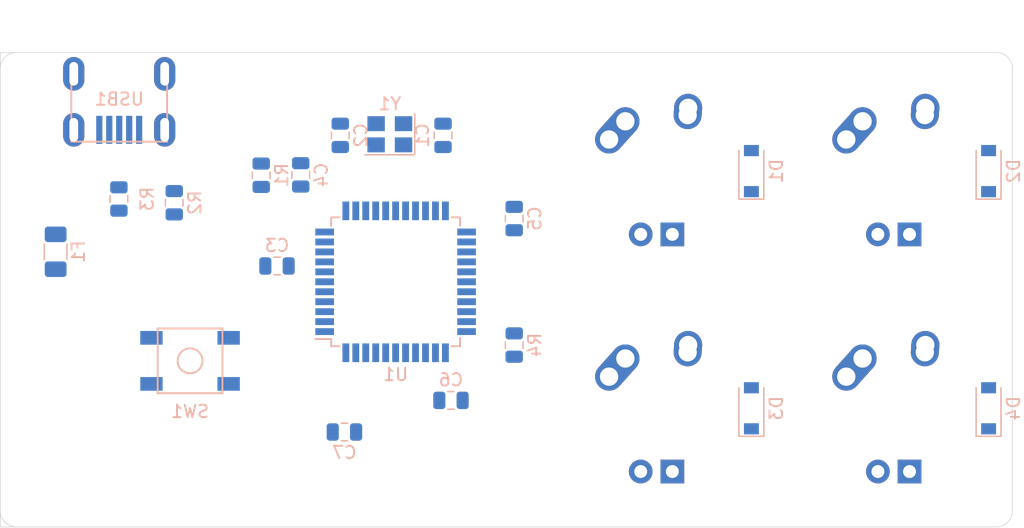
<source format=kicad_pcb>
(kicad_pcb (version 20171130) (host pcbnew "(5.1.0)-1")

  (general
    (thickness 1.6)
    (drawings 8)
    (tracks 0)
    (zones 0)
    (modules 24)
    (nets 57)
  )

  (page A4)
  (layers
    (0 F.Cu signal)
    (31 B.Cu signal)
    (32 B.Adhes user)
    (33 F.Adhes user)
    (34 B.Paste user)
    (35 F.Paste user)
    (36 B.SilkS user)
    (37 F.SilkS user)
    (38 B.Mask user)
    (39 F.Mask user)
    (40 Dwgs.User user)
    (41 Cmts.User user)
    (42 Eco1.User user)
    (43 Eco2.User user)
    (44 Edge.Cuts user)
    (45 Margin user)
    (46 B.CrtYd user)
    (47 F.CrtYd user)
    (48 B.Fab user)
    (49 F.Fab user)
  )

  (setup
    (last_trace_width 0.25)
    (trace_clearance 0.2)
    (zone_clearance 0.508)
    (zone_45_only no)
    (trace_min 0.2)
    (via_size 0.8)
    (via_drill 0.4)
    (via_min_size 0.4)
    (via_min_drill 0.3)
    (uvia_size 0.3)
    (uvia_drill 0.1)
    (uvias_allowed no)
    (uvia_min_size 0.2)
    (uvia_min_drill 0.1)
    (edge_width 0.05)
    (segment_width 0.2)
    (pcb_text_width 0.3)
    (pcb_text_size 1.5 1.5)
    (mod_edge_width 0.12)
    (mod_text_size 1 1)
    (mod_text_width 0.15)
    (pad_size 1.524 1.524)
    (pad_drill 0.762)
    (pad_to_mask_clearance 0.051)
    (solder_mask_min_width 0.25)
    (aux_axis_origin 0 0)
    (visible_elements FFFFFF7F)
    (pcbplotparams
      (layerselection 0x010fc_ffffffff)
      (usegerberextensions false)
      (usegerberattributes false)
      (usegerberadvancedattributes false)
      (creategerberjobfile false)
      (excludeedgelayer true)
      (linewidth 0.100000)
      (plotframeref false)
      (viasonmask false)
      (mode 1)
      (useauxorigin false)
      (hpglpennumber 1)
      (hpglpenspeed 20)
      (hpglpendiameter 15.000000)
      (psnegative false)
      (psa4output false)
      (plotreference true)
      (plotvalue true)
      (plotinvisibletext false)
      (padsonsilk false)
      (subtractmaskfromsilk false)
      (outputformat 1)
      (mirror false)
      (drillshape 1)
      (scaleselection 1)
      (outputdirectory ""))
  )

  (net 0 "")
  (net 1 "Net-(C1-Pad2)")
  (net 2 GND)
  (net 3 "Net-(C2-Pad2)")
  (net 4 "Net-(C3-Pad1)")
  (net 5 +5V)
  (net 6 "Net-(D1-Pad2)")
  (net 7 ROW0)
  (net 8 "Net-(D2-Pad2)")
  (net 9 "Net-(D3-Pad2)")
  (net 10 ROW1)
  (net 11 "Net-(D4-Pad2)")
  (net 12 VCC)
  (net 13 "Net-(MX1-Pad4)")
  (net 14 "Net-(MX1-Pad3)")
  (net 15 COL0)
  (net 16 COL1)
  (net 17 "Net-(MX2-Pad3)")
  (net 18 "Net-(MX2-Pad4)")
  (net 19 "Net-(MX3-Pad4)")
  (net 20 "Net-(MX3-Pad3)")
  (net 21 "Net-(MX4-Pad3)")
  (net 22 "Net-(MX4-Pad4)")
  (net 23 "Net-(R1-Pad2)")
  (net 24 D+)
  (net 25 "Net-(R2-Pad1)")
  (net 26 "Net-(R3-Pad1)")
  (net 27 D-)
  (net 28 "Net-(R4-Pad2)")
  (net 29 "Net-(U1-Pad1)")
  (net 30 "Net-(U1-Pad8)")
  (net 31 "Net-(U1-Pad9)")
  (net 32 "Net-(U1-Pad10)")
  (net 33 "Net-(U1-Pad11)")
  (net 34 "Net-(U1-Pad12)")
  (net 35 "Net-(U1-Pad18)")
  (net 36 "Net-(U1-Pad19)")
  (net 37 "Net-(U1-Pad20)")
  (net 38 "Net-(U1-Pad21)")
  (net 39 "Net-(U1-Pad22)")
  (net 40 "Net-(U1-Pad25)")
  (net 41 "Net-(U1-Pad26)")
  (net 42 "Net-(U1-Pad27)")
  (net 43 "Net-(U1-Pad28)")
  (net 44 "Net-(U1-Pad29)")
  (net 45 "Net-(U1-Pad30)")
  (net 46 "Net-(U1-Pad31)")
  (net 47 "Net-(U1-Pad32)")
  (net 48 "Net-(U1-Pad36)")
  (net 49 "Net-(U1-Pad37)")
  (net 50 "Net-(U1-Pad38)")
  (net 51 "Net-(U1-Pad39)")
  (net 52 "Net-(U1-Pad40)")
  (net 53 "Net-(U1-Pad41)")
  (net 54 "Net-(U1-Pad42)")
  (net 55 "Net-(USB1-Pad2)")
  (net 56 "Net-(USB1-Pad6)")

  (net_class Default "This is the default net class."
    (clearance 0.2)
    (trace_width 0.25)
    (via_dia 0.8)
    (via_drill 0.4)
    (uvia_dia 0.3)
    (uvia_drill 0.1)
    (add_net +5V)
    (add_net COL0)
    (add_net COL1)
    (add_net D+)
    (add_net D-)
    (add_net GND)
    (add_net "Net-(C1-Pad2)")
    (add_net "Net-(C2-Pad2)")
    (add_net "Net-(C3-Pad1)")
    (add_net "Net-(D1-Pad2)")
    (add_net "Net-(D2-Pad2)")
    (add_net "Net-(D3-Pad2)")
    (add_net "Net-(D4-Pad2)")
    (add_net "Net-(MX1-Pad3)")
    (add_net "Net-(MX1-Pad4)")
    (add_net "Net-(MX2-Pad3)")
    (add_net "Net-(MX2-Pad4)")
    (add_net "Net-(MX3-Pad3)")
    (add_net "Net-(MX3-Pad4)")
    (add_net "Net-(MX4-Pad3)")
    (add_net "Net-(MX4-Pad4)")
    (add_net "Net-(R1-Pad2)")
    (add_net "Net-(R2-Pad1)")
    (add_net "Net-(R3-Pad1)")
    (add_net "Net-(R4-Pad2)")
    (add_net "Net-(U1-Pad1)")
    (add_net "Net-(U1-Pad10)")
    (add_net "Net-(U1-Pad11)")
    (add_net "Net-(U1-Pad12)")
    (add_net "Net-(U1-Pad18)")
    (add_net "Net-(U1-Pad19)")
    (add_net "Net-(U1-Pad20)")
    (add_net "Net-(U1-Pad21)")
    (add_net "Net-(U1-Pad22)")
    (add_net "Net-(U1-Pad25)")
    (add_net "Net-(U1-Pad26)")
    (add_net "Net-(U1-Pad27)")
    (add_net "Net-(U1-Pad28)")
    (add_net "Net-(U1-Pad29)")
    (add_net "Net-(U1-Pad30)")
    (add_net "Net-(U1-Pad31)")
    (add_net "Net-(U1-Pad32)")
    (add_net "Net-(U1-Pad36)")
    (add_net "Net-(U1-Pad37)")
    (add_net "Net-(U1-Pad38)")
    (add_net "Net-(U1-Pad39)")
    (add_net "Net-(U1-Pad40)")
    (add_net "Net-(U1-Pad41)")
    (add_net "Net-(U1-Pad42)")
    (add_net "Net-(U1-Pad8)")
    (add_net "Net-(U1-Pad9)")
    (add_net "Net-(USB1-Pad2)")
    (add_net "Net-(USB1-Pad6)")
    (add_net ROW0)
    (add_net ROW1)
    (add_net VCC)
  )

  (module Capacitor_SMD:C_0805_2012Metric (layer B.Cu) (tedit 5B36C52B) (tstamp 5CB45B64)
    (at 92.71 142.5425 270)
    (descr "Capacitor SMD 0805 (2012 Metric), square (rectangular) end terminal, IPC_7351 nominal, (Body size source: https://docs.google.com/spreadsheets/d/1BsfQQcO9C6DZCsRaXUlFlo91Tg2WpOkGARC1WS5S8t0/edit?usp=sharing), generated with kicad-footprint-generator")
    (tags capacitor)
    (path /5CB7F269)
    (attr smd)
    (fp_text reference C1 (at 0 1.65 270) (layer B.SilkS)
      (effects (font (size 1 1) (thickness 0.15)) (justify mirror))
    )
    (fp_text value 22pF (at 0 -1.65 270) (layer B.Fab)
      (effects (font (size 1 1) (thickness 0.15)) (justify mirror))
    )
    (fp_text user %R (at 0 0 270) (layer B.Fab)
      (effects (font (size 0.5 0.5) (thickness 0.08)) (justify mirror))
    )
    (fp_line (start 1.68 -0.95) (end -1.68 -0.95) (layer B.CrtYd) (width 0.05))
    (fp_line (start 1.68 0.95) (end 1.68 -0.95) (layer B.CrtYd) (width 0.05))
    (fp_line (start -1.68 0.95) (end 1.68 0.95) (layer B.CrtYd) (width 0.05))
    (fp_line (start -1.68 -0.95) (end -1.68 0.95) (layer B.CrtYd) (width 0.05))
    (fp_line (start -0.258578 -0.71) (end 0.258578 -0.71) (layer B.SilkS) (width 0.12))
    (fp_line (start -0.258578 0.71) (end 0.258578 0.71) (layer B.SilkS) (width 0.12))
    (fp_line (start 1 -0.6) (end -1 -0.6) (layer B.Fab) (width 0.1))
    (fp_line (start 1 0.6) (end 1 -0.6) (layer B.Fab) (width 0.1))
    (fp_line (start -1 0.6) (end 1 0.6) (layer B.Fab) (width 0.1))
    (fp_line (start -1 -0.6) (end -1 0.6) (layer B.Fab) (width 0.1))
    (pad 2 smd roundrect (at 0.9375 0 270) (size 0.975 1.4) (layers B.Cu B.Paste B.Mask) (roundrect_rratio 0.25)
      (net 1 "Net-(C1-Pad2)"))
    (pad 1 smd roundrect (at -0.9375 0 270) (size 0.975 1.4) (layers B.Cu B.Paste B.Mask) (roundrect_rratio 0.25)
      (net 2 GND))
    (model ${KISYS3DMOD}/Capacitor_SMD.3dshapes/C_0805_2012Metric.wrl
      (at (xyz 0 0 0))
      (scale (xyz 1 1 1))
      (rotate (xyz 0 0 0))
    )
  )

  (module Capacitor_SMD:C_0805_2012Metric (layer B.Cu) (tedit 5B36C52B) (tstamp 5CB45B75)
    (at 84.455 142.5425 90)
    (descr "Capacitor SMD 0805 (2012 Metric), square (rectangular) end terminal, IPC_7351 nominal, (Body size source: https://docs.google.com/spreadsheets/d/1BsfQQcO9C6DZCsRaXUlFlo91Tg2WpOkGARC1WS5S8t0/edit?usp=sharing), generated with kicad-footprint-generator")
    (tags capacitor)
    (path /5CB82563)
    (attr smd)
    (fp_text reference C2 (at 0 1.65 90) (layer B.SilkS)
      (effects (font (size 1 1) (thickness 0.15)) (justify mirror))
    )
    (fp_text value 22pF (at 0 -1.65 90) (layer B.Fab)
      (effects (font (size 1 1) (thickness 0.15)) (justify mirror))
    )
    (fp_line (start -1 -0.6) (end -1 0.6) (layer B.Fab) (width 0.1))
    (fp_line (start -1 0.6) (end 1 0.6) (layer B.Fab) (width 0.1))
    (fp_line (start 1 0.6) (end 1 -0.6) (layer B.Fab) (width 0.1))
    (fp_line (start 1 -0.6) (end -1 -0.6) (layer B.Fab) (width 0.1))
    (fp_line (start -0.258578 0.71) (end 0.258578 0.71) (layer B.SilkS) (width 0.12))
    (fp_line (start -0.258578 -0.71) (end 0.258578 -0.71) (layer B.SilkS) (width 0.12))
    (fp_line (start -1.68 -0.95) (end -1.68 0.95) (layer B.CrtYd) (width 0.05))
    (fp_line (start -1.68 0.95) (end 1.68 0.95) (layer B.CrtYd) (width 0.05))
    (fp_line (start 1.68 0.95) (end 1.68 -0.95) (layer B.CrtYd) (width 0.05))
    (fp_line (start 1.68 -0.95) (end -1.68 -0.95) (layer B.CrtYd) (width 0.05))
    (fp_text user %R (at 0 0 90) (layer B.Fab)
      (effects (font (size 0.5 0.5) (thickness 0.08)) (justify mirror))
    )
    (pad 1 smd roundrect (at -0.9375 0 90) (size 0.975 1.4) (layers B.Cu B.Paste B.Mask) (roundrect_rratio 0.25)
      (net 2 GND))
    (pad 2 smd roundrect (at 0.9375 0 90) (size 0.975 1.4) (layers B.Cu B.Paste B.Mask) (roundrect_rratio 0.25)
      (net 3 "Net-(C2-Pad2)"))
    (model ${KISYS3DMOD}/Capacitor_SMD.3dshapes/C_0805_2012Metric.wrl
      (at (xyz 0 0 0))
      (scale (xyz 1 1 1))
      (rotate (xyz 0 0 0))
    )
  )

  (module Capacitor_SMD:C_0805_2012Metric (layer B.Cu) (tedit 5B36C52B) (tstamp 5CB45B86)
    (at 79.375 153.035 180)
    (descr "Capacitor SMD 0805 (2012 Metric), square (rectangular) end terminal, IPC_7351 nominal, (Body size source: https://docs.google.com/spreadsheets/d/1BsfQQcO9C6DZCsRaXUlFlo91Tg2WpOkGARC1WS5S8t0/edit?usp=sharing), generated with kicad-footprint-generator")
    (tags capacitor)
    (path /5CB6F7C2)
    (attr smd)
    (fp_text reference C3 (at 0 1.65 180) (layer B.SilkS)
      (effects (font (size 1 1) (thickness 0.15)) (justify mirror))
    )
    (fp_text value 1uF (at 0 -1.65 180) (layer B.Fab)
      (effects (font (size 1 1) (thickness 0.15)) (justify mirror))
    )
    (fp_line (start -1 -0.6) (end -1 0.6) (layer B.Fab) (width 0.1))
    (fp_line (start -1 0.6) (end 1 0.6) (layer B.Fab) (width 0.1))
    (fp_line (start 1 0.6) (end 1 -0.6) (layer B.Fab) (width 0.1))
    (fp_line (start 1 -0.6) (end -1 -0.6) (layer B.Fab) (width 0.1))
    (fp_line (start -0.258578 0.71) (end 0.258578 0.71) (layer B.SilkS) (width 0.12))
    (fp_line (start -0.258578 -0.71) (end 0.258578 -0.71) (layer B.SilkS) (width 0.12))
    (fp_line (start -1.68 -0.95) (end -1.68 0.95) (layer B.CrtYd) (width 0.05))
    (fp_line (start -1.68 0.95) (end 1.68 0.95) (layer B.CrtYd) (width 0.05))
    (fp_line (start 1.68 0.95) (end 1.68 -0.95) (layer B.CrtYd) (width 0.05))
    (fp_line (start 1.68 -0.95) (end -1.68 -0.95) (layer B.CrtYd) (width 0.05))
    (fp_text user %R (at 0 0 180) (layer B.Fab)
      (effects (font (size 0.5 0.5) (thickness 0.08)) (justify mirror))
    )
    (pad 1 smd roundrect (at -0.9375 0 180) (size 0.975 1.4) (layers B.Cu B.Paste B.Mask) (roundrect_rratio 0.25)
      (net 4 "Net-(C3-Pad1)"))
    (pad 2 smd roundrect (at 0.9375 0 180) (size 0.975 1.4) (layers B.Cu B.Paste B.Mask) (roundrect_rratio 0.25)
      (net 2 GND))
    (model ${KISYS3DMOD}/Capacitor_SMD.3dshapes/C_0805_2012Metric.wrl
      (at (xyz 0 0 0))
      (scale (xyz 1 1 1))
      (rotate (xyz 0 0 0))
    )
  )

  (module Capacitor_SMD:C_0805_2012Metric (layer B.Cu) (tedit 5B36C52B) (tstamp 5CB45B97)
    (at 81.28 145.7175 90)
    (descr "Capacitor SMD 0805 (2012 Metric), square (rectangular) end terminal, IPC_7351 nominal, (Body size source: https://docs.google.com/spreadsheets/d/1BsfQQcO9C6DZCsRaXUlFlo91Tg2WpOkGARC1WS5S8t0/edit?usp=sharing), generated with kicad-footprint-generator")
    (tags capacitor)
    (path /5CB7180E)
    (attr smd)
    (fp_text reference C4 (at 0 1.65 90) (layer B.SilkS)
      (effects (font (size 1 1) (thickness 0.15)) (justify mirror))
    )
    (fp_text value 0.1uF (at 0 -1.65 90) (layer B.Fab)
      (effects (font (size 1 1) (thickness 0.15)) (justify mirror))
    )
    (fp_text user %R (at 0 0 90) (layer B.Fab)
      (effects (font (size 0.5 0.5) (thickness 0.08)) (justify mirror))
    )
    (fp_line (start 1.68 -0.95) (end -1.68 -0.95) (layer B.CrtYd) (width 0.05))
    (fp_line (start 1.68 0.95) (end 1.68 -0.95) (layer B.CrtYd) (width 0.05))
    (fp_line (start -1.68 0.95) (end 1.68 0.95) (layer B.CrtYd) (width 0.05))
    (fp_line (start -1.68 -0.95) (end -1.68 0.95) (layer B.CrtYd) (width 0.05))
    (fp_line (start -0.258578 -0.71) (end 0.258578 -0.71) (layer B.SilkS) (width 0.12))
    (fp_line (start -0.258578 0.71) (end 0.258578 0.71) (layer B.SilkS) (width 0.12))
    (fp_line (start 1 -0.6) (end -1 -0.6) (layer B.Fab) (width 0.1))
    (fp_line (start 1 0.6) (end 1 -0.6) (layer B.Fab) (width 0.1))
    (fp_line (start -1 0.6) (end 1 0.6) (layer B.Fab) (width 0.1))
    (fp_line (start -1 -0.6) (end -1 0.6) (layer B.Fab) (width 0.1))
    (pad 2 smd roundrect (at 0.9375 0 90) (size 0.975 1.4) (layers B.Cu B.Paste B.Mask) (roundrect_rratio 0.25)
      (net 2 GND))
    (pad 1 smd roundrect (at -0.9375 0 90) (size 0.975 1.4) (layers B.Cu B.Paste B.Mask) (roundrect_rratio 0.25)
      (net 5 +5V))
    (model ${KISYS3DMOD}/Capacitor_SMD.3dshapes/C_0805_2012Metric.wrl
      (at (xyz 0 0 0))
      (scale (xyz 1 1 1))
      (rotate (xyz 0 0 0))
    )
  )

  (module Capacitor_SMD:C_0805_2012Metric (layer B.Cu) (tedit 5B36C52B) (tstamp 5CB45BA8)
    (at 98.425 149.225 90)
    (descr "Capacitor SMD 0805 (2012 Metric), square (rectangular) end terminal, IPC_7351 nominal, (Body size source: https://docs.google.com/spreadsheets/d/1BsfQQcO9C6DZCsRaXUlFlo91Tg2WpOkGARC1WS5S8t0/edit?usp=sharing), generated with kicad-footprint-generator")
    (tags capacitor)
    (path /5CB73731)
    (attr smd)
    (fp_text reference C5 (at 0 1.65 90) (layer B.SilkS)
      (effects (font (size 1 1) (thickness 0.15)) (justify mirror))
    )
    (fp_text value 0.1uF (at 0 -1.65 90) (layer B.Fab)
      (effects (font (size 1 1) (thickness 0.15)) (justify mirror))
    )
    (fp_line (start -1 -0.6) (end -1 0.6) (layer B.Fab) (width 0.1))
    (fp_line (start -1 0.6) (end 1 0.6) (layer B.Fab) (width 0.1))
    (fp_line (start 1 0.6) (end 1 -0.6) (layer B.Fab) (width 0.1))
    (fp_line (start 1 -0.6) (end -1 -0.6) (layer B.Fab) (width 0.1))
    (fp_line (start -0.258578 0.71) (end 0.258578 0.71) (layer B.SilkS) (width 0.12))
    (fp_line (start -0.258578 -0.71) (end 0.258578 -0.71) (layer B.SilkS) (width 0.12))
    (fp_line (start -1.68 -0.95) (end -1.68 0.95) (layer B.CrtYd) (width 0.05))
    (fp_line (start -1.68 0.95) (end 1.68 0.95) (layer B.CrtYd) (width 0.05))
    (fp_line (start 1.68 0.95) (end 1.68 -0.95) (layer B.CrtYd) (width 0.05))
    (fp_line (start 1.68 -0.95) (end -1.68 -0.95) (layer B.CrtYd) (width 0.05))
    (fp_text user %R (at 0 0 90) (layer B.Fab)
      (effects (font (size 0.5 0.5) (thickness 0.08)) (justify mirror))
    )
    (pad 1 smd roundrect (at -0.9375 0 90) (size 0.975 1.4) (layers B.Cu B.Paste B.Mask) (roundrect_rratio 0.25)
      (net 5 +5V))
    (pad 2 smd roundrect (at 0.9375 0 90) (size 0.975 1.4) (layers B.Cu B.Paste B.Mask) (roundrect_rratio 0.25)
      (net 2 GND))
    (model ${KISYS3DMOD}/Capacitor_SMD.3dshapes/C_0805_2012Metric.wrl
      (at (xyz 0 0 0))
      (scale (xyz 1 1 1))
      (rotate (xyz 0 0 0))
    )
  )

  (module Capacitor_SMD:C_0805_2012Metric (layer B.Cu) (tedit 5B36C52B) (tstamp 5CB45BB9)
    (at 93.345 163.83 180)
    (descr "Capacitor SMD 0805 (2012 Metric), square (rectangular) end terminal, IPC_7351 nominal, (Body size source: https://docs.google.com/spreadsheets/d/1BsfQQcO9C6DZCsRaXUlFlo91Tg2WpOkGARC1WS5S8t0/edit?usp=sharing), generated with kicad-footprint-generator")
    (tags capacitor)
    (path /5CB73D0F)
    (attr smd)
    (fp_text reference C6 (at 0 1.65 180) (layer B.SilkS)
      (effects (font (size 1 1) (thickness 0.15)) (justify mirror))
    )
    (fp_text value 0.1uF (at 0 -1.65 180) (layer B.Fab)
      (effects (font (size 1 1) (thickness 0.15)) (justify mirror))
    )
    (fp_text user %R (at 0 0 180) (layer B.Fab)
      (effects (font (size 0.5 0.5) (thickness 0.08)) (justify mirror))
    )
    (fp_line (start 1.68 -0.95) (end -1.68 -0.95) (layer B.CrtYd) (width 0.05))
    (fp_line (start 1.68 0.95) (end 1.68 -0.95) (layer B.CrtYd) (width 0.05))
    (fp_line (start -1.68 0.95) (end 1.68 0.95) (layer B.CrtYd) (width 0.05))
    (fp_line (start -1.68 -0.95) (end -1.68 0.95) (layer B.CrtYd) (width 0.05))
    (fp_line (start -0.258578 -0.71) (end 0.258578 -0.71) (layer B.SilkS) (width 0.12))
    (fp_line (start -0.258578 0.71) (end 0.258578 0.71) (layer B.SilkS) (width 0.12))
    (fp_line (start 1 -0.6) (end -1 -0.6) (layer B.Fab) (width 0.1))
    (fp_line (start 1 0.6) (end 1 -0.6) (layer B.Fab) (width 0.1))
    (fp_line (start -1 0.6) (end 1 0.6) (layer B.Fab) (width 0.1))
    (fp_line (start -1 -0.6) (end -1 0.6) (layer B.Fab) (width 0.1))
    (pad 2 smd roundrect (at 0.9375 0 180) (size 0.975 1.4) (layers B.Cu B.Paste B.Mask) (roundrect_rratio 0.25)
      (net 2 GND))
    (pad 1 smd roundrect (at -0.9375 0 180) (size 0.975 1.4) (layers B.Cu B.Paste B.Mask) (roundrect_rratio 0.25)
      (net 5 +5V))
    (model ${KISYS3DMOD}/Capacitor_SMD.3dshapes/C_0805_2012Metric.wrl
      (at (xyz 0 0 0))
      (scale (xyz 1 1 1))
      (rotate (xyz 0 0 0))
    )
  )

  (module Capacitor_SMD:C_0805_2012Metric (layer B.Cu) (tedit 5B36C52B) (tstamp 5CB45BCA)
    (at 84.7875 166.37)
    (descr "Capacitor SMD 0805 (2012 Metric), square (rectangular) end terminal, IPC_7351 nominal, (Body size source: https://docs.google.com/spreadsheets/d/1BsfQQcO9C6DZCsRaXUlFlo91Tg2WpOkGARC1WS5S8t0/edit?usp=sharing), generated with kicad-footprint-generator")
    (tags capacitor)
    (path /5CB75B60)
    (attr smd)
    (fp_text reference C7 (at 0 1.65) (layer B.SilkS)
      (effects (font (size 1 1) (thickness 0.15)) (justify mirror))
    )
    (fp_text value 10uF (at 0 -1.65) (layer B.Fab)
      (effects (font (size 1 1) (thickness 0.15)) (justify mirror))
    )
    (fp_line (start -1 -0.6) (end -1 0.6) (layer B.Fab) (width 0.1))
    (fp_line (start -1 0.6) (end 1 0.6) (layer B.Fab) (width 0.1))
    (fp_line (start 1 0.6) (end 1 -0.6) (layer B.Fab) (width 0.1))
    (fp_line (start 1 -0.6) (end -1 -0.6) (layer B.Fab) (width 0.1))
    (fp_line (start -0.258578 0.71) (end 0.258578 0.71) (layer B.SilkS) (width 0.12))
    (fp_line (start -0.258578 -0.71) (end 0.258578 -0.71) (layer B.SilkS) (width 0.12))
    (fp_line (start -1.68 -0.95) (end -1.68 0.95) (layer B.CrtYd) (width 0.05))
    (fp_line (start -1.68 0.95) (end 1.68 0.95) (layer B.CrtYd) (width 0.05))
    (fp_line (start 1.68 0.95) (end 1.68 -0.95) (layer B.CrtYd) (width 0.05))
    (fp_line (start 1.68 -0.95) (end -1.68 -0.95) (layer B.CrtYd) (width 0.05))
    (fp_text user %R (at 0 0) (layer B.Fab)
      (effects (font (size 0.5 0.5) (thickness 0.08)) (justify mirror))
    )
    (pad 1 smd roundrect (at -0.9375 0) (size 0.975 1.4) (layers B.Cu B.Paste B.Mask) (roundrect_rratio 0.25)
      (net 5 +5V))
    (pad 2 smd roundrect (at 0.9375 0) (size 0.975 1.4) (layers B.Cu B.Paste B.Mask) (roundrect_rratio 0.25)
      (net 2 GND))
    (model ${KISYS3DMOD}/Capacitor_SMD.3dshapes/C_0805_2012Metric.wrl
      (at (xyz 0 0 0))
      (scale (xyz 1 1 1))
      (rotate (xyz 0 0 0))
    )
  )

  (module Diode_SMD:D_SOD-123 (layer B.Cu) (tedit 58645DC7) (tstamp 5CB45BE3)
    (at 117.475 145.415 90)
    (descr SOD-123)
    (tags SOD-123)
    (path /5CBB4BC8)
    (attr smd)
    (fp_text reference D1 (at 0 2 90) (layer B.SilkS)
      (effects (font (size 1 1) (thickness 0.15)) (justify mirror))
    )
    (fp_text value SOD-123 (at 0 -2.1 90) (layer B.Fab)
      (effects (font (size 1 1) (thickness 0.15)) (justify mirror))
    )
    (fp_text user %R (at 0 2 90) (layer B.Fab)
      (effects (font (size 1 1) (thickness 0.15)) (justify mirror))
    )
    (fp_line (start -2.25 1) (end -2.25 -1) (layer B.SilkS) (width 0.12))
    (fp_line (start 0.25 0) (end 0.75 0) (layer B.Fab) (width 0.1))
    (fp_line (start 0.25 -0.4) (end -0.35 0) (layer B.Fab) (width 0.1))
    (fp_line (start 0.25 0.4) (end 0.25 -0.4) (layer B.Fab) (width 0.1))
    (fp_line (start -0.35 0) (end 0.25 0.4) (layer B.Fab) (width 0.1))
    (fp_line (start -0.35 0) (end -0.35 -0.55) (layer B.Fab) (width 0.1))
    (fp_line (start -0.35 0) (end -0.35 0.55) (layer B.Fab) (width 0.1))
    (fp_line (start -0.75 0) (end -0.35 0) (layer B.Fab) (width 0.1))
    (fp_line (start -1.4 -0.9) (end -1.4 0.9) (layer B.Fab) (width 0.1))
    (fp_line (start 1.4 -0.9) (end -1.4 -0.9) (layer B.Fab) (width 0.1))
    (fp_line (start 1.4 0.9) (end 1.4 -0.9) (layer B.Fab) (width 0.1))
    (fp_line (start -1.4 0.9) (end 1.4 0.9) (layer B.Fab) (width 0.1))
    (fp_line (start -2.35 1.15) (end 2.35 1.15) (layer B.CrtYd) (width 0.05))
    (fp_line (start 2.35 1.15) (end 2.35 -1.15) (layer B.CrtYd) (width 0.05))
    (fp_line (start 2.35 -1.15) (end -2.35 -1.15) (layer B.CrtYd) (width 0.05))
    (fp_line (start -2.35 1.15) (end -2.35 -1.15) (layer B.CrtYd) (width 0.05))
    (fp_line (start -2.25 -1) (end 1.65 -1) (layer B.SilkS) (width 0.12))
    (fp_line (start -2.25 1) (end 1.65 1) (layer B.SilkS) (width 0.12))
    (pad 1 smd rect (at -1.65 0 90) (size 0.9 1.2) (layers B.Cu B.Paste B.Mask)
      (net 7 ROW0))
    (pad 2 smd rect (at 1.65 0 90) (size 0.9 1.2) (layers B.Cu B.Paste B.Mask)
      (net 6 "Net-(D1-Pad2)"))
    (model ${KISYS3DMOD}/Diode_SMD.3dshapes/D_SOD-123.wrl
      (at (xyz 0 0 0))
      (scale (xyz 1 1 1))
      (rotate (xyz 0 0 0))
    )
  )

  (module Diode_SMD:D_SOD-123 (layer B.Cu) (tedit 58645DC7) (tstamp 5CB45BFC)
    (at 136.525 145.415 90)
    (descr SOD-123)
    (tags SOD-123)
    (path /5CBDBB15)
    (attr smd)
    (fp_text reference D2 (at 0 2 90) (layer B.SilkS)
      (effects (font (size 1 1) (thickness 0.15)) (justify mirror))
    )
    (fp_text value SOD-123 (at 0 -2.1 90) (layer B.Fab)
      (effects (font (size 1 1) (thickness 0.15)) (justify mirror))
    )
    (fp_line (start -2.25 1) (end 1.65 1) (layer B.SilkS) (width 0.12))
    (fp_line (start -2.25 -1) (end 1.65 -1) (layer B.SilkS) (width 0.12))
    (fp_line (start -2.35 1.15) (end -2.35 -1.15) (layer B.CrtYd) (width 0.05))
    (fp_line (start 2.35 -1.15) (end -2.35 -1.15) (layer B.CrtYd) (width 0.05))
    (fp_line (start 2.35 1.15) (end 2.35 -1.15) (layer B.CrtYd) (width 0.05))
    (fp_line (start -2.35 1.15) (end 2.35 1.15) (layer B.CrtYd) (width 0.05))
    (fp_line (start -1.4 0.9) (end 1.4 0.9) (layer B.Fab) (width 0.1))
    (fp_line (start 1.4 0.9) (end 1.4 -0.9) (layer B.Fab) (width 0.1))
    (fp_line (start 1.4 -0.9) (end -1.4 -0.9) (layer B.Fab) (width 0.1))
    (fp_line (start -1.4 -0.9) (end -1.4 0.9) (layer B.Fab) (width 0.1))
    (fp_line (start -0.75 0) (end -0.35 0) (layer B.Fab) (width 0.1))
    (fp_line (start -0.35 0) (end -0.35 0.55) (layer B.Fab) (width 0.1))
    (fp_line (start -0.35 0) (end -0.35 -0.55) (layer B.Fab) (width 0.1))
    (fp_line (start -0.35 0) (end 0.25 0.4) (layer B.Fab) (width 0.1))
    (fp_line (start 0.25 0.4) (end 0.25 -0.4) (layer B.Fab) (width 0.1))
    (fp_line (start 0.25 -0.4) (end -0.35 0) (layer B.Fab) (width 0.1))
    (fp_line (start 0.25 0) (end 0.75 0) (layer B.Fab) (width 0.1))
    (fp_line (start -2.25 1) (end -2.25 -1) (layer B.SilkS) (width 0.12))
    (fp_text user %R (at 0 2 90) (layer B.Fab)
      (effects (font (size 1 1) (thickness 0.15)) (justify mirror))
    )
    (pad 2 smd rect (at 1.65 0 90) (size 0.9 1.2) (layers B.Cu B.Paste B.Mask)
      (net 8 "Net-(D2-Pad2)"))
    (pad 1 smd rect (at -1.65 0 90) (size 0.9 1.2) (layers B.Cu B.Paste B.Mask)
      (net 7 ROW0))
    (model ${KISYS3DMOD}/Diode_SMD.3dshapes/D_SOD-123.wrl
      (at (xyz 0 0 0))
      (scale (xyz 1 1 1))
      (rotate (xyz 0 0 0))
    )
  )

  (module Diode_SMD:D_SOD-123 (layer B.Cu) (tedit 58645DC7) (tstamp 5CB45C15)
    (at 117.475 164.465 90)
    (descr SOD-123)
    (tags SOD-123)
    (path /5CBE7CDA)
    (attr smd)
    (fp_text reference D3 (at 0 2 90) (layer B.SilkS)
      (effects (font (size 1 1) (thickness 0.15)) (justify mirror))
    )
    (fp_text value SOD-123 (at 0 -2.1 90) (layer B.Fab)
      (effects (font (size 1 1) (thickness 0.15)) (justify mirror))
    )
    (fp_text user %R (at 0 2 90) (layer B.Fab)
      (effects (font (size 1 1) (thickness 0.15)) (justify mirror))
    )
    (fp_line (start -2.25 1) (end -2.25 -1) (layer B.SilkS) (width 0.12))
    (fp_line (start 0.25 0) (end 0.75 0) (layer B.Fab) (width 0.1))
    (fp_line (start 0.25 -0.4) (end -0.35 0) (layer B.Fab) (width 0.1))
    (fp_line (start 0.25 0.4) (end 0.25 -0.4) (layer B.Fab) (width 0.1))
    (fp_line (start -0.35 0) (end 0.25 0.4) (layer B.Fab) (width 0.1))
    (fp_line (start -0.35 0) (end -0.35 -0.55) (layer B.Fab) (width 0.1))
    (fp_line (start -0.35 0) (end -0.35 0.55) (layer B.Fab) (width 0.1))
    (fp_line (start -0.75 0) (end -0.35 0) (layer B.Fab) (width 0.1))
    (fp_line (start -1.4 -0.9) (end -1.4 0.9) (layer B.Fab) (width 0.1))
    (fp_line (start 1.4 -0.9) (end -1.4 -0.9) (layer B.Fab) (width 0.1))
    (fp_line (start 1.4 0.9) (end 1.4 -0.9) (layer B.Fab) (width 0.1))
    (fp_line (start -1.4 0.9) (end 1.4 0.9) (layer B.Fab) (width 0.1))
    (fp_line (start -2.35 1.15) (end 2.35 1.15) (layer B.CrtYd) (width 0.05))
    (fp_line (start 2.35 1.15) (end 2.35 -1.15) (layer B.CrtYd) (width 0.05))
    (fp_line (start 2.35 -1.15) (end -2.35 -1.15) (layer B.CrtYd) (width 0.05))
    (fp_line (start -2.35 1.15) (end -2.35 -1.15) (layer B.CrtYd) (width 0.05))
    (fp_line (start -2.25 -1) (end 1.65 -1) (layer B.SilkS) (width 0.12))
    (fp_line (start -2.25 1) (end 1.65 1) (layer B.SilkS) (width 0.12))
    (pad 1 smd rect (at -1.65 0 90) (size 0.9 1.2) (layers B.Cu B.Paste B.Mask)
      (net 10 ROW1))
    (pad 2 smd rect (at 1.65 0 90) (size 0.9 1.2) (layers B.Cu B.Paste B.Mask)
      (net 9 "Net-(D3-Pad2)"))
    (model ${KISYS3DMOD}/Diode_SMD.3dshapes/D_SOD-123.wrl
      (at (xyz 0 0 0))
      (scale (xyz 1 1 1))
      (rotate (xyz 0 0 0))
    )
  )

  (module Diode_SMD:D_SOD-123 (layer B.Cu) (tedit 58645DC7) (tstamp 5CB45C2E)
    (at 136.525 164.465 90)
    (descr SOD-123)
    (tags SOD-123)
    (path /5CBEA6D0)
    (attr smd)
    (fp_text reference D4 (at 0 2 90) (layer B.SilkS)
      (effects (font (size 1 1) (thickness 0.15)) (justify mirror))
    )
    (fp_text value SOD-123 (at 0 -2.1 90) (layer B.Fab)
      (effects (font (size 1 1) (thickness 0.15)) (justify mirror))
    )
    (fp_line (start -2.25 1) (end 1.65 1) (layer B.SilkS) (width 0.12))
    (fp_line (start -2.25 -1) (end 1.65 -1) (layer B.SilkS) (width 0.12))
    (fp_line (start -2.35 1.15) (end -2.35 -1.15) (layer B.CrtYd) (width 0.05))
    (fp_line (start 2.35 -1.15) (end -2.35 -1.15) (layer B.CrtYd) (width 0.05))
    (fp_line (start 2.35 1.15) (end 2.35 -1.15) (layer B.CrtYd) (width 0.05))
    (fp_line (start -2.35 1.15) (end 2.35 1.15) (layer B.CrtYd) (width 0.05))
    (fp_line (start -1.4 0.9) (end 1.4 0.9) (layer B.Fab) (width 0.1))
    (fp_line (start 1.4 0.9) (end 1.4 -0.9) (layer B.Fab) (width 0.1))
    (fp_line (start 1.4 -0.9) (end -1.4 -0.9) (layer B.Fab) (width 0.1))
    (fp_line (start -1.4 -0.9) (end -1.4 0.9) (layer B.Fab) (width 0.1))
    (fp_line (start -0.75 0) (end -0.35 0) (layer B.Fab) (width 0.1))
    (fp_line (start -0.35 0) (end -0.35 0.55) (layer B.Fab) (width 0.1))
    (fp_line (start -0.35 0) (end -0.35 -0.55) (layer B.Fab) (width 0.1))
    (fp_line (start -0.35 0) (end 0.25 0.4) (layer B.Fab) (width 0.1))
    (fp_line (start 0.25 0.4) (end 0.25 -0.4) (layer B.Fab) (width 0.1))
    (fp_line (start 0.25 -0.4) (end -0.35 0) (layer B.Fab) (width 0.1))
    (fp_line (start 0.25 0) (end 0.75 0) (layer B.Fab) (width 0.1))
    (fp_line (start -2.25 1) (end -2.25 -1) (layer B.SilkS) (width 0.12))
    (fp_text user %R (at 0 2 90) (layer B.Fab)
      (effects (font (size 1 1) (thickness 0.15)) (justify mirror))
    )
    (pad 2 smd rect (at 1.65 0 90) (size 0.9 1.2) (layers B.Cu B.Paste B.Mask)
      (net 11 "Net-(D4-Pad2)"))
    (pad 1 smd rect (at -1.65 0 90) (size 0.9 1.2) (layers B.Cu B.Paste B.Mask)
      (net 10 ROW1))
    (model ${KISYS3DMOD}/Diode_SMD.3dshapes/D_SOD-123.wrl
      (at (xyz 0 0 0))
      (scale (xyz 1 1 1))
      (rotate (xyz 0 0 0))
    )
  )

  (module Fuse:Fuse_1206_3216Metric (layer B.Cu) (tedit 5B301BBE) (tstamp 5CB45C3F)
    (at 61.595 151.895 90)
    (descr "Fuse SMD 1206 (3216 Metric), square (rectangular) end terminal, IPC_7351 nominal, (Body size source: http://www.tortai-tech.com/upload/download/2011102023233369053.pdf), generated with kicad-footprint-generator")
    (tags resistor)
    (path /5CBAE4C8)
    (attr smd)
    (fp_text reference F1 (at 0 1.82 90) (layer B.SilkS)
      (effects (font (size 1 1) (thickness 0.15)) (justify mirror))
    )
    (fp_text value 500mA (at 0 -1.82 90) (layer B.Fab)
      (effects (font (size 1 1) (thickness 0.15)) (justify mirror))
    )
    (fp_line (start -1.6 -0.8) (end -1.6 0.8) (layer B.Fab) (width 0.1))
    (fp_line (start -1.6 0.8) (end 1.6 0.8) (layer B.Fab) (width 0.1))
    (fp_line (start 1.6 0.8) (end 1.6 -0.8) (layer B.Fab) (width 0.1))
    (fp_line (start 1.6 -0.8) (end -1.6 -0.8) (layer B.Fab) (width 0.1))
    (fp_line (start -0.602064 0.91) (end 0.602064 0.91) (layer B.SilkS) (width 0.12))
    (fp_line (start -0.602064 -0.91) (end 0.602064 -0.91) (layer B.SilkS) (width 0.12))
    (fp_line (start -2.28 -1.12) (end -2.28 1.12) (layer B.CrtYd) (width 0.05))
    (fp_line (start -2.28 1.12) (end 2.28 1.12) (layer B.CrtYd) (width 0.05))
    (fp_line (start 2.28 1.12) (end 2.28 -1.12) (layer B.CrtYd) (width 0.05))
    (fp_line (start 2.28 -1.12) (end -2.28 -1.12) (layer B.CrtYd) (width 0.05))
    (fp_text user %R (at 0 0 90) (layer B.Fab)
      (effects (font (size 0.8 0.8) (thickness 0.12)) (justify mirror))
    )
    (pad 1 smd roundrect (at -1.4 0 90) (size 1.25 1.75) (layers B.Cu B.Paste B.Mask) (roundrect_rratio 0.2)
      (net 5 +5V))
    (pad 2 smd roundrect (at 1.4 0 90) (size 1.25 1.75) (layers B.Cu B.Paste B.Mask) (roundrect_rratio 0.2)
      (net 12 VCC))
    (model ${KISYS3DMOD}/Fuse.3dshapes/Fuse_1206_3216Metric.wrl
      (at (xyz 0 0 0))
      (scale (xyz 1 1 1))
      (rotate (xyz 0 0 0))
    )
  )

  (module MX_Alps_Hybrid:MX-1U (layer F.Cu) (tedit 5A9F3A9A) (tstamp 5CB45C58)
    (at 109.855 145.415)
    (path /5CBB355F)
    (fp_text reference MX1 (at 0 3.175) (layer Dwgs.User)
      (effects (font (size 1 1) (thickness 0.15)))
    )
    (fp_text value MX-1U (at 0 -7.9375) (layer Dwgs.User)
      (effects (font (size 1 1) (thickness 0.15)))
    )
    (fp_line (start 5 -7) (end 7 -7) (layer Dwgs.User) (width 0.15))
    (fp_line (start 7 -7) (end 7 -5) (layer Dwgs.User) (width 0.15))
    (fp_line (start 5 7) (end 7 7) (layer Dwgs.User) (width 0.15))
    (fp_line (start 7 7) (end 7 5) (layer Dwgs.User) (width 0.15))
    (fp_line (start -7 5) (end -7 7) (layer Dwgs.User) (width 0.15))
    (fp_line (start -7 7) (end -5 7) (layer Dwgs.User) (width 0.15))
    (fp_line (start -5 -7) (end -7 -7) (layer Dwgs.User) (width 0.15))
    (fp_line (start -7 -7) (end -7 -5) (layer Dwgs.User) (width 0.15))
    (fp_line (start -9.525 -9.525) (end 9.525 -9.525) (layer Dwgs.User) (width 0.15))
    (fp_line (start 9.525 -9.525) (end 9.525 9.525) (layer Dwgs.User) (width 0.15))
    (fp_line (start 9.525 9.525) (end -9.525 9.525) (layer Dwgs.User) (width 0.15))
    (fp_line (start -9.525 9.525) (end -9.525 -9.525) (layer Dwgs.User) (width 0.15))
    (pad 2 thru_hole oval (at 2.5 -4.5 86.0548) (size 2.831378 2.25) (drill 1.47 (offset 0.290689 0)) (layers *.Cu B.Mask)
      (net 6 "Net-(D1-Pad2)"))
    (pad 2 thru_hole circle (at 2.54 -5.08) (size 2.25 2.25) (drill 1.47) (layers *.Cu B.Mask)
      (net 6 "Net-(D1-Pad2)"))
    (pad 1 thru_hole oval (at -3.81 -2.54 48.0996) (size 4.211556 2.25) (drill 1.47 (offset 0.980778 0)) (layers *.Cu B.Mask)
      (net 15 COL0))
    (pad "" np_thru_hole circle (at 0 0) (size 3.9878 3.9878) (drill 3.9878) (layers *.Cu *.Mask))
    (pad 1 thru_hole circle (at -2.5 -4) (size 2.25 2.25) (drill 1.47) (layers *.Cu B.Mask)
      (net 15 COL0))
    (pad 3 thru_hole circle (at -1.27 5.08) (size 1.905 1.905) (drill 1.04) (layers *.Cu B.Mask)
      (net 14 "Net-(MX1-Pad3)"))
    (pad 4 thru_hole rect (at 1.27 5.08) (size 1.905 1.905) (drill 1.04) (layers *.Cu B.Mask)
      (net 13 "Net-(MX1-Pad4)"))
    (pad "" np_thru_hole circle (at -5.08 0 48.0996) (size 1.75 1.75) (drill 1.75) (layers *.Cu *.Mask))
    (pad "" np_thru_hole circle (at 5.08 0 48.0996) (size 1.75 1.75) (drill 1.75) (layers *.Cu *.Mask))
  )

  (module MX_Alps_Hybrid:MX-1U (layer F.Cu) (tedit 5A9F3A9A) (tstamp 5CB45C71)
    (at 128.905 145.415)
    (path /5CBDBB0B)
    (fp_text reference MX2 (at 0 3.175) (layer Dwgs.User)
      (effects (font (size 1 1) (thickness 0.15)))
    )
    (fp_text value MX-1U (at 0 -7.9375) (layer Dwgs.User)
      (effects (font (size 1 1) (thickness 0.15)))
    )
    (fp_line (start -9.525 9.525) (end -9.525 -9.525) (layer Dwgs.User) (width 0.15))
    (fp_line (start 9.525 9.525) (end -9.525 9.525) (layer Dwgs.User) (width 0.15))
    (fp_line (start 9.525 -9.525) (end 9.525 9.525) (layer Dwgs.User) (width 0.15))
    (fp_line (start -9.525 -9.525) (end 9.525 -9.525) (layer Dwgs.User) (width 0.15))
    (fp_line (start -7 -7) (end -7 -5) (layer Dwgs.User) (width 0.15))
    (fp_line (start -5 -7) (end -7 -7) (layer Dwgs.User) (width 0.15))
    (fp_line (start -7 7) (end -5 7) (layer Dwgs.User) (width 0.15))
    (fp_line (start -7 5) (end -7 7) (layer Dwgs.User) (width 0.15))
    (fp_line (start 7 7) (end 7 5) (layer Dwgs.User) (width 0.15))
    (fp_line (start 5 7) (end 7 7) (layer Dwgs.User) (width 0.15))
    (fp_line (start 7 -7) (end 7 -5) (layer Dwgs.User) (width 0.15))
    (fp_line (start 5 -7) (end 7 -7) (layer Dwgs.User) (width 0.15))
    (pad "" np_thru_hole circle (at 5.08 0 48.0996) (size 1.75 1.75) (drill 1.75) (layers *.Cu *.Mask))
    (pad "" np_thru_hole circle (at -5.08 0 48.0996) (size 1.75 1.75) (drill 1.75) (layers *.Cu *.Mask))
    (pad 4 thru_hole rect (at 1.27 5.08) (size 1.905 1.905) (drill 1.04) (layers *.Cu B.Mask)
      (net 18 "Net-(MX2-Pad4)"))
    (pad 3 thru_hole circle (at -1.27 5.08) (size 1.905 1.905) (drill 1.04) (layers *.Cu B.Mask)
      (net 17 "Net-(MX2-Pad3)"))
    (pad 1 thru_hole circle (at -2.5 -4) (size 2.25 2.25) (drill 1.47) (layers *.Cu B.Mask)
      (net 16 COL1))
    (pad "" np_thru_hole circle (at 0 0) (size 3.9878 3.9878) (drill 3.9878) (layers *.Cu *.Mask))
    (pad 1 thru_hole oval (at -3.81 -2.54 48.0996) (size 4.211556 2.25) (drill 1.47 (offset 0.980778 0)) (layers *.Cu B.Mask)
      (net 16 COL1))
    (pad 2 thru_hole circle (at 2.54 -5.08) (size 2.25 2.25) (drill 1.47) (layers *.Cu B.Mask)
      (net 8 "Net-(D2-Pad2)"))
    (pad 2 thru_hole oval (at 2.5 -4.5 86.0548) (size 2.831378 2.25) (drill 1.47 (offset 0.290689 0)) (layers *.Cu B.Mask)
      (net 8 "Net-(D2-Pad2)"))
  )

  (module MX_Alps_Hybrid:MX-1U (layer F.Cu) (tedit 5A9F3A9A) (tstamp 5CB45C8A)
    (at 109.855 164.465)
    (path /5CBE7CD4)
    (fp_text reference MX3 (at 0 3.175) (layer Dwgs.User)
      (effects (font (size 1 1) (thickness 0.15)))
    )
    (fp_text value MX-1U (at 0 -7.9375) (layer Dwgs.User)
      (effects (font (size 1 1) (thickness 0.15)))
    )
    (fp_line (start 5 -7) (end 7 -7) (layer Dwgs.User) (width 0.15))
    (fp_line (start 7 -7) (end 7 -5) (layer Dwgs.User) (width 0.15))
    (fp_line (start 5 7) (end 7 7) (layer Dwgs.User) (width 0.15))
    (fp_line (start 7 7) (end 7 5) (layer Dwgs.User) (width 0.15))
    (fp_line (start -7 5) (end -7 7) (layer Dwgs.User) (width 0.15))
    (fp_line (start -7 7) (end -5 7) (layer Dwgs.User) (width 0.15))
    (fp_line (start -5 -7) (end -7 -7) (layer Dwgs.User) (width 0.15))
    (fp_line (start -7 -7) (end -7 -5) (layer Dwgs.User) (width 0.15))
    (fp_line (start -9.525 -9.525) (end 9.525 -9.525) (layer Dwgs.User) (width 0.15))
    (fp_line (start 9.525 -9.525) (end 9.525 9.525) (layer Dwgs.User) (width 0.15))
    (fp_line (start 9.525 9.525) (end -9.525 9.525) (layer Dwgs.User) (width 0.15))
    (fp_line (start -9.525 9.525) (end -9.525 -9.525) (layer Dwgs.User) (width 0.15))
    (pad 2 thru_hole oval (at 2.5 -4.5 86.0548) (size 2.831378 2.25) (drill 1.47 (offset 0.290689 0)) (layers *.Cu B.Mask)
      (net 9 "Net-(D3-Pad2)"))
    (pad 2 thru_hole circle (at 2.54 -5.08) (size 2.25 2.25) (drill 1.47) (layers *.Cu B.Mask)
      (net 9 "Net-(D3-Pad2)"))
    (pad 1 thru_hole oval (at -3.81 -2.54 48.0996) (size 4.211556 2.25) (drill 1.47 (offset 0.980778 0)) (layers *.Cu B.Mask)
      (net 15 COL0))
    (pad "" np_thru_hole circle (at 0 0) (size 3.9878 3.9878) (drill 3.9878) (layers *.Cu *.Mask))
    (pad 1 thru_hole circle (at -2.5 -4) (size 2.25 2.25) (drill 1.47) (layers *.Cu B.Mask)
      (net 15 COL0))
    (pad 3 thru_hole circle (at -1.27 5.08) (size 1.905 1.905) (drill 1.04) (layers *.Cu B.Mask)
      (net 20 "Net-(MX3-Pad3)"))
    (pad 4 thru_hole rect (at 1.27 5.08) (size 1.905 1.905) (drill 1.04) (layers *.Cu B.Mask)
      (net 19 "Net-(MX3-Pad4)"))
    (pad "" np_thru_hole circle (at -5.08 0 48.0996) (size 1.75 1.75) (drill 1.75) (layers *.Cu *.Mask))
    (pad "" np_thru_hole circle (at 5.08 0 48.0996) (size 1.75 1.75) (drill 1.75) (layers *.Cu *.Mask))
  )

  (module MX_Alps_Hybrid:MX-1U (layer F.Cu) (tedit 5A9F3A9A) (tstamp 5CB45CA3)
    (at 128.905 164.465)
    (path /5CBEA6CA)
    (fp_text reference MX4 (at 0 3.175) (layer Dwgs.User)
      (effects (font (size 1 1) (thickness 0.15)))
    )
    (fp_text value MX-1U (at 0 -7.9375) (layer Dwgs.User)
      (effects (font (size 1 1) (thickness 0.15)))
    )
    (fp_line (start -9.525 9.525) (end -9.525 -9.525) (layer Dwgs.User) (width 0.15))
    (fp_line (start 9.525 9.525) (end -9.525 9.525) (layer Dwgs.User) (width 0.15))
    (fp_line (start 9.525 -9.525) (end 9.525 9.525) (layer Dwgs.User) (width 0.15))
    (fp_line (start -9.525 -9.525) (end 9.525 -9.525) (layer Dwgs.User) (width 0.15))
    (fp_line (start -7 -7) (end -7 -5) (layer Dwgs.User) (width 0.15))
    (fp_line (start -5 -7) (end -7 -7) (layer Dwgs.User) (width 0.15))
    (fp_line (start -7 7) (end -5 7) (layer Dwgs.User) (width 0.15))
    (fp_line (start -7 5) (end -7 7) (layer Dwgs.User) (width 0.15))
    (fp_line (start 7 7) (end 7 5) (layer Dwgs.User) (width 0.15))
    (fp_line (start 5 7) (end 7 7) (layer Dwgs.User) (width 0.15))
    (fp_line (start 7 -7) (end 7 -5) (layer Dwgs.User) (width 0.15))
    (fp_line (start 5 -7) (end 7 -7) (layer Dwgs.User) (width 0.15))
    (pad "" np_thru_hole circle (at 5.08 0 48.0996) (size 1.75 1.75) (drill 1.75) (layers *.Cu *.Mask))
    (pad "" np_thru_hole circle (at -5.08 0 48.0996) (size 1.75 1.75) (drill 1.75) (layers *.Cu *.Mask))
    (pad 4 thru_hole rect (at 1.27 5.08) (size 1.905 1.905) (drill 1.04) (layers *.Cu B.Mask)
      (net 22 "Net-(MX4-Pad4)"))
    (pad 3 thru_hole circle (at -1.27 5.08) (size 1.905 1.905) (drill 1.04) (layers *.Cu B.Mask)
      (net 21 "Net-(MX4-Pad3)"))
    (pad 1 thru_hole circle (at -2.5 -4) (size 2.25 2.25) (drill 1.47) (layers *.Cu B.Mask)
      (net 16 COL1))
    (pad "" np_thru_hole circle (at 0 0) (size 3.9878 3.9878) (drill 3.9878) (layers *.Cu *.Mask))
    (pad 1 thru_hole oval (at -3.81 -2.54 48.0996) (size 4.211556 2.25) (drill 1.47 (offset 0.980778 0)) (layers *.Cu B.Mask)
      (net 16 COL1))
    (pad 2 thru_hole circle (at 2.54 -5.08) (size 2.25 2.25) (drill 1.47) (layers *.Cu B.Mask)
      (net 11 "Net-(D4-Pad2)"))
    (pad 2 thru_hole oval (at 2.5 -4.5 86.0548) (size 2.831378 2.25) (drill 1.47 (offset 0.290689 0)) (layers *.Cu B.Mask)
      (net 11 "Net-(D4-Pad2)"))
  )

  (module Resistor_SMD:R_0805_2012Metric (layer B.Cu) (tedit 5B36C52B) (tstamp 5CB45CB4)
    (at 78.105 145.7475 90)
    (descr "Resistor SMD 0805 (2012 Metric), square (rectangular) end terminal, IPC_7351 nominal, (Body size source: https://docs.google.com/spreadsheets/d/1BsfQQcO9C6DZCsRaXUlFlo91Tg2WpOkGARC1WS5S8t0/edit?usp=sharing), generated with kicad-footprint-generator")
    (tags resistor)
    (path /5CB9B6D4)
    (attr smd)
    (fp_text reference R1 (at 0 1.65 90) (layer B.SilkS)
      (effects (font (size 1 1) (thickness 0.15)) (justify mirror))
    )
    (fp_text value 10k (at 0 -1.65 90) (layer B.Fab)
      (effects (font (size 1 1) (thickness 0.15)) (justify mirror))
    )
    (fp_text user %R (at 0 0 90) (layer B.Fab)
      (effects (font (size 0.5 0.5) (thickness 0.08)) (justify mirror))
    )
    (fp_line (start 1.68 -0.95) (end -1.68 -0.95) (layer B.CrtYd) (width 0.05))
    (fp_line (start 1.68 0.95) (end 1.68 -0.95) (layer B.CrtYd) (width 0.05))
    (fp_line (start -1.68 0.95) (end 1.68 0.95) (layer B.CrtYd) (width 0.05))
    (fp_line (start -1.68 -0.95) (end -1.68 0.95) (layer B.CrtYd) (width 0.05))
    (fp_line (start -0.258578 -0.71) (end 0.258578 -0.71) (layer B.SilkS) (width 0.12))
    (fp_line (start -0.258578 0.71) (end 0.258578 0.71) (layer B.SilkS) (width 0.12))
    (fp_line (start 1 -0.6) (end -1 -0.6) (layer B.Fab) (width 0.1))
    (fp_line (start 1 0.6) (end 1 -0.6) (layer B.Fab) (width 0.1))
    (fp_line (start -1 0.6) (end 1 0.6) (layer B.Fab) (width 0.1))
    (fp_line (start -1 -0.6) (end -1 0.6) (layer B.Fab) (width 0.1))
    (pad 2 smd roundrect (at 0.9375 0 90) (size 0.975 1.4) (layers B.Cu B.Paste B.Mask) (roundrect_rratio 0.25)
      (net 23 "Net-(R1-Pad2)"))
    (pad 1 smd roundrect (at -0.9375 0 90) (size 0.975 1.4) (layers B.Cu B.Paste B.Mask) (roundrect_rratio 0.25)
      (net 5 +5V))
    (model ${KISYS3DMOD}/Resistor_SMD.3dshapes/R_0805_2012Metric.wrl
      (at (xyz 0 0 0))
      (scale (xyz 1 1 1))
      (rotate (xyz 0 0 0))
    )
  )

  (module Resistor_SMD:R_0805_2012Metric (layer B.Cu) (tedit 5B36C52B) (tstamp 5CB45CC5)
    (at 71.12 147.955 90)
    (descr "Resistor SMD 0805 (2012 Metric), square (rectangular) end terminal, IPC_7351 nominal, (Body size source: https://docs.google.com/spreadsheets/d/1BsfQQcO9C6DZCsRaXUlFlo91Tg2WpOkGARC1WS5S8t0/edit?usp=sharing), generated with kicad-footprint-generator")
    (tags resistor)
    (path /5CB69D50)
    (attr smd)
    (fp_text reference R2 (at 0 1.65 90) (layer B.SilkS)
      (effects (font (size 1 1) (thickness 0.15)) (justify mirror))
    )
    (fp_text value 22 (at 0 -1.65 90) (layer B.Fab)
      (effects (font (size 1 1) (thickness 0.15)) (justify mirror))
    )
    (fp_text user %R (at 0 0 90) (layer B.Fab)
      (effects (font (size 0.5 0.5) (thickness 0.08)) (justify mirror))
    )
    (fp_line (start 1.68 -0.95) (end -1.68 -0.95) (layer B.CrtYd) (width 0.05))
    (fp_line (start 1.68 0.95) (end 1.68 -0.95) (layer B.CrtYd) (width 0.05))
    (fp_line (start -1.68 0.95) (end 1.68 0.95) (layer B.CrtYd) (width 0.05))
    (fp_line (start -1.68 -0.95) (end -1.68 0.95) (layer B.CrtYd) (width 0.05))
    (fp_line (start -0.258578 -0.71) (end 0.258578 -0.71) (layer B.SilkS) (width 0.12))
    (fp_line (start -0.258578 0.71) (end 0.258578 0.71) (layer B.SilkS) (width 0.12))
    (fp_line (start 1 -0.6) (end -1 -0.6) (layer B.Fab) (width 0.1))
    (fp_line (start 1 0.6) (end 1 -0.6) (layer B.Fab) (width 0.1))
    (fp_line (start -1 0.6) (end 1 0.6) (layer B.Fab) (width 0.1))
    (fp_line (start -1 -0.6) (end -1 0.6) (layer B.Fab) (width 0.1))
    (pad 2 smd roundrect (at 0.9375 0 90) (size 0.975 1.4) (layers B.Cu B.Paste B.Mask) (roundrect_rratio 0.25)
      (net 24 D+))
    (pad 1 smd roundrect (at -0.9375 0 90) (size 0.975 1.4) (layers B.Cu B.Paste B.Mask) (roundrect_rratio 0.25)
      (net 25 "Net-(R2-Pad1)"))
    (model ${KISYS3DMOD}/Resistor_SMD.3dshapes/R_0805_2012Metric.wrl
      (at (xyz 0 0 0))
      (scale (xyz 1 1 1))
      (rotate (xyz 0 0 0))
    )
  )

  (module Resistor_SMD:R_0805_2012Metric (layer B.Cu) (tedit 5B36C52B) (tstamp 5CB45CD6)
    (at 66.675 147.6525 90)
    (descr "Resistor SMD 0805 (2012 Metric), square (rectangular) end terminal, IPC_7351 nominal, (Body size source: https://docs.google.com/spreadsheets/d/1BsfQQcO9C6DZCsRaXUlFlo91Tg2WpOkGARC1WS5S8t0/edit?usp=sharing), generated with kicad-footprint-generator")
    (tags resistor)
    (path /5CB6ABE5)
    (attr smd)
    (fp_text reference R3 (at 0 2.265001 90) (layer B.SilkS)
      (effects (font (size 1 1) (thickness 0.15)) (justify mirror))
    )
    (fp_text value 22 (at 0 -1.65 90) (layer B.Fab)
      (effects (font (size 1 1) (thickness 0.15)) (justify mirror))
    )
    (fp_line (start -1 -0.6) (end -1 0.6) (layer B.Fab) (width 0.1))
    (fp_line (start -1 0.6) (end 1 0.6) (layer B.Fab) (width 0.1))
    (fp_line (start 1 0.6) (end 1 -0.6) (layer B.Fab) (width 0.1))
    (fp_line (start 1 -0.6) (end -1 -0.6) (layer B.Fab) (width 0.1))
    (fp_line (start -0.258578 0.71) (end 0.258578 0.71) (layer B.SilkS) (width 0.12))
    (fp_line (start -0.258578 -0.71) (end 0.258578 -0.71) (layer B.SilkS) (width 0.12))
    (fp_line (start -1.68 -0.95) (end -1.68 0.95) (layer B.CrtYd) (width 0.05))
    (fp_line (start -1.68 0.95) (end 1.68 0.95) (layer B.CrtYd) (width 0.05))
    (fp_line (start 1.68 0.95) (end 1.68 -0.95) (layer B.CrtYd) (width 0.05))
    (fp_line (start 1.68 -0.95) (end -1.68 -0.95) (layer B.CrtYd) (width 0.05))
    (fp_text user %R (at 0 0 90) (layer B.Fab)
      (effects (font (size 0.5 0.5) (thickness 0.08)) (justify mirror))
    )
    (pad 1 smd roundrect (at -0.9375 0 90) (size 0.975 1.4) (layers B.Cu B.Paste B.Mask) (roundrect_rratio 0.25)
      (net 26 "Net-(R3-Pad1)"))
    (pad 2 smd roundrect (at 0.9375 0 90) (size 0.975 1.4) (layers B.Cu B.Paste B.Mask) (roundrect_rratio 0.25)
      (net 27 D-))
    (model ${KISYS3DMOD}/Resistor_SMD.3dshapes/R_0805_2012Metric.wrl
      (at (xyz 0 0 0))
      (scale (xyz 1 1 1))
      (rotate (xyz 0 0 0))
    )
  )

  (module Resistor_SMD:R_0805_2012Metric (layer B.Cu) (tedit 5B36C52B) (tstamp 5CB45CE7)
    (at 98.425 159.385 90)
    (descr "Resistor SMD 0805 (2012 Metric), square (rectangular) end terminal, IPC_7351 nominal, (Body size source: https://docs.google.com/spreadsheets/d/1BsfQQcO9C6DZCsRaXUlFlo91Tg2WpOkGARC1WS5S8t0/edit?usp=sharing), generated with kicad-footprint-generator")
    (tags resistor)
    (path /5CB685C5)
    (attr smd)
    (fp_text reference R4 (at 0 1.65 90) (layer B.SilkS)
      (effects (font (size 1 1) (thickness 0.15)) (justify mirror))
    )
    (fp_text value 10k (at 0 -1.65 90) (layer B.Fab)
      (effects (font (size 1 1) (thickness 0.15)) (justify mirror))
    )
    (fp_line (start -1 -0.6) (end -1 0.6) (layer B.Fab) (width 0.1))
    (fp_line (start -1 0.6) (end 1 0.6) (layer B.Fab) (width 0.1))
    (fp_line (start 1 0.6) (end 1 -0.6) (layer B.Fab) (width 0.1))
    (fp_line (start 1 -0.6) (end -1 -0.6) (layer B.Fab) (width 0.1))
    (fp_line (start -0.258578 0.71) (end 0.258578 0.71) (layer B.SilkS) (width 0.12))
    (fp_line (start -0.258578 -0.71) (end 0.258578 -0.71) (layer B.SilkS) (width 0.12))
    (fp_line (start -1.68 -0.95) (end -1.68 0.95) (layer B.CrtYd) (width 0.05))
    (fp_line (start -1.68 0.95) (end 1.68 0.95) (layer B.CrtYd) (width 0.05))
    (fp_line (start 1.68 0.95) (end 1.68 -0.95) (layer B.CrtYd) (width 0.05))
    (fp_line (start 1.68 -0.95) (end -1.68 -0.95) (layer B.CrtYd) (width 0.05))
    (fp_text user %R (at 0 0 90) (layer B.Fab)
      (effects (font (size 0.5 0.5) (thickness 0.08)) (justify mirror))
    )
    (pad 1 smd roundrect (at -0.9375 0 90) (size 0.975 1.4) (layers B.Cu B.Paste B.Mask) (roundrect_rratio 0.25)
      (net 2 GND))
    (pad 2 smd roundrect (at 0.9375 0 90) (size 0.975 1.4) (layers B.Cu B.Paste B.Mask) (roundrect_rratio 0.25)
      (net 28 "Net-(R4-Pad2)"))
    (model ${KISYS3DMOD}/Resistor_SMD.3dshapes/R_0805_2012Metric.wrl
      (at (xyz 0 0 0))
      (scale (xyz 1 1 1))
      (rotate (xyz 0 0 0))
    )
  )

  (module random-keyboard-parts:SKQG-1155865 (layer B.Cu) (tedit 5C42C5DE) (tstamp 5CB45D05)
    (at 72.39 160.655 180)
    (path /5CB97859)
    (attr smd)
    (fp_text reference SW1 (at 0 -4.064 180) (layer B.SilkS)
      (effects (font (size 1 1) (thickness 0.15)) (justify mirror))
    )
    (fp_text value SW_Push (at 0 4.064 180) (layer B.Fab)
      (effects (font (size 1 1) (thickness 0.15)) (justify mirror))
    )
    (fp_line (start -2.6 -1.1) (end -1.1 -2.6) (layer B.Fab) (width 0.15))
    (fp_line (start 2.6 -1.1) (end 1.1 -2.6) (layer B.Fab) (width 0.15))
    (fp_line (start 2.6 1.1) (end 1.1 2.6) (layer B.Fab) (width 0.15))
    (fp_line (start -2.6 1.1) (end -1.1 2.6) (layer B.Fab) (width 0.15))
    (fp_circle (center 0 0) (end 1 0) (layer B.Fab) (width 0.15))
    (fp_line (start -4.2 1.1) (end -4.2 2.6) (layer B.Fab) (width 0.15))
    (fp_line (start -2.6 1.1) (end -4.2 1.1) (layer B.Fab) (width 0.15))
    (fp_line (start -2.6 -1.1) (end -2.6 1.1) (layer B.Fab) (width 0.15))
    (fp_line (start -4.2 -1.1) (end -2.6 -1.1) (layer B.Fab) (width 0.15))
    (fp_line (start -4.2 -2.6) (end -4.2 -1.1) (layer B.Fab) (width 0.15))
    (fp_line (start 4.2 -2.6) (end -4.2 -2.6) (layer B.Fab) (width 0.15))
    (fp_line (start 4.2 -1.1) (end 4.2 -2.6) (layer B.Fab) (width 0.15))
    (fp_line (start 2.6 -1.1) (end 4.2 -1.1) (layer B.Fab) (width 0.15))
    (fp_line (start 2.6 1.1) (end 2.6 -1.1) (layer B.Fab) (width 0.15))
    (fp_line (start 4.2 1.1) (end 2.6 1.1) (layer B.Fab) (width 0.15))
    (fp_line (start 4.2 2.6) (end 4.2 1.2) (layer B.Fab) (width 0.15))
    (fp_line (start -4.2 2.6) (end 4.2 2.6) (layer B.Fab) (width 0.15))
    (fp_circle (center 0 0) (end 1 0) (layer B.SilkS) (width 0.15))
    (fp_line (start -2.6 -2.6) (end -2.6 2.6) (layer B.SilkS) (width 0.15))
    (fp_line (start 2.6 -2.6) (end -2.6 -2.6) (layer B.SilkS) (width 0.15))
    (fp_line (start 2.6 2.6) (end 2.6 -2.6) (layer B.SilkS) (width 0.15))
    (fp_line (start -2.6 2.6) (end 2.6 2.6) (layer B.SilkS) (width 0.15))
    (pad 1 smd rect (at 3.1 -1.85 180) (size 1.8 1.1) (layers B.Cu B.Paste B.Mask)
      (net 2 GND))
    (pad 2 smd rect (at -3.1 1.85 180) (size 1.8 1.1) (layers B.Cu B.Paste B.Mask)
      (net 23 "Net-(R1-Pad2)"))
    (pad 3 smd rect (at 3.1 1.85 180) (size 1.8 1.1) (layers B.Cu B.Paste B.Mask))
    (pad 4 smd rect (at -3.1 -1.85 180) (size 1.8 1.1) (layers B.Cu B.Paste B.Mask))
  )

  (module Package_QFP:TQFP-44_10x10mm_P0.8mm (layer B.Cu) (tedit 5A02F146) (tstamp 5CB45D48)
    (at 88.9 154.305)
    (descr "44-Lead Plastic Thin Quad Flatpack (PT) - 10x10x1.0 mm Body [TQFP] (see Microchip Packaging Specification 00000049BS.pdf)")
    (tags "QFP 0.8")
    (path /5CB3BE6D)
    (attr smd)
    (fp_text reference U1 (at 0 7.45) (layer B.SilkS)
      (effects (font (size 1 1) (thickness 0.15)) (justify mirror))
    )
    (fp_text value ATmega32U4-AU (at 0 -7.45) (layer B.Fab)
      (effects (font (size 1 1) (thickness 0.15)) (justify mirror))
    )
    (fp_text user %R (at 0 0) (layer B.Fab)
      (effects (font (size 1 1) (thickness 0.15)) (justify mirror))
    )
    (fp_line (start -4 5) (end 5 5) (layer B.Fab) (width 0.15))
    (fp_line (start 5 5) (end 5 -5) (layer B.Fab) (width 0.15))
    (fp_line (start 5 -5) (end -5 -5) (layer B.Fab) (width 0.15))
    (fp_line (start -5 -5) (end -5 4) (layer B.Fab) (width 0.15))
    (fp_line (start -5 4) (end -4 5) (layer B.Fab) (width 0.15))
    (fp_line (start -6.7 6.7) (end -6.7 -6.7) (layer B.CrtYd) (width 0.05))
    (fp_line (start 6.7 6.7) (end 6.7 -6.7) (layer B.CrtYd) (width 0.05))
    (fp_line (start -6.7 6.7) (end 6.7 6.7) (layer B.CrtYd) (width 0.05))
    (fp_line (start -6.7 -6.7) (end 6.7 -6.7) (layer B.CrtYd) (width 0.05))
    (fp_line (start -5.175 5.175) (end -5.175 4.6) (layer B.SilkS) (width 0.15))
    (fp_line (start 5.175 5.175) (end 5.175 4.5) (layer B.SilkS) (width 0.15))
    (fp_line (start 5.175 -5.175) (end 5.175 -4.5) (layer B.SilkS) (width 0.15))
    (fp_line (start -5.175 -5.175) (end -5.175 -4.5) (layer B.SilkS) (width 0.15))
    (fp_line (start -5.175 5.175) (end -4.5 5.175) (layer B.SilkS) (width 0.15))
    (fp_line (start -5.175 -5.175) (end -4.5 -5.175) (layer B.SilkS) (width 0.15))
    (fp_line (start 5.175 -5.175) (end 4.5 -5.175) (layer B.SilkS) (width 0.15))
    (fp_line (start 5.175 5.175) (end 4.5 5.175) (layer B.SilkS) (width 0.15))
    (fp_line (start -5.175 4.6) (end -6.45 4.6) (layer B.SilkS) (width 0.15))
    (pad 1 smd rect (at -5.7 4) (size 1.5 0.55) (layers B.Cu B.Paste B.Mask)
      (net 29 "Net-(U1-Pad1)"))
    (pad 2 smd rect (at -5.7 3.2) (size 1.5 0.55) (layers B.Cu B.Paste B.Mask)
      (net 5 +5V))
    (pad 3 smd rect (at -5.7 2.4) (size 1.5 0.55) (layers B.Cu B.Paste B.Mask)
      (net 26 "Net-(R3-Pad1)"))
    (pad 4 smd rect (at -5.7 1.6) (size 1.5 0.55) (layers B.Cu B.Paste B.Mask)
      (net 25 "Net-(R2-Pad1)"))
    (pad 5 smd rect (at -5.7 0.8) (size 1.5 0.55) (layers B.Cu B.Paste B.Mask)
      (net 2 GND))
    (pad 6 smd rect (at -5.7 0) (size 1.5 0.55) (layers B.Cu B.Paste B.Mask)
      (net 4 "Net-(C3-Pad1)"))
    (pad 7 smd rect (at -5.7 -0.8) (size 1.5 0.55) (layers B.Cu B.Paste B.Mask)
      (net 5 +5V))
    (pad 8 smd rect (at -5.7 -1.6) (size 1.5 0.55) (layers B.Cu B.Paste B.Mask)
      (net 30 "Net-(U1-Pad8)"))
    (pad 9 smd rect (at -5.7 -2.4) (size 1.5 0.55) (layers B.Cu B.Paste B.Mask)
      (net 31 "Net-(U1-Pad9)"))
    (pad 10 smd rect (at -5.7 -3.2) (size 1.5 0.55) (layers B.Cu B.Paste B.Mask)
      (net 32 "Net-(U1-Pad10)"))
    (pad 11 smd rect (at -5.7 -4) (size 1.5 0.55) (layers B.Cu B.Paste B.Mask)
      (net 33 "Net-(U1-Pad11)"))
    (pad 12 smd rect (at -4 -5.7 270) (size 1.5 0.55) (layers B.Cu B.Paste B.Mask)
      (net 34 "Net-(U1-Pad12)"))
    (pad 13 smd rect (at -3.2 -5.7 270) (size 1.5 0.55) (layers B.Cu B.Paste B.Mask)
      (net 23 "Net-(R1-Pad2)"))
    (pad 14 smd rect (at -2.4 -5.7 270) (size 1.5 0.55) (layers B.Cu B.Paste B.Mask)
      (net 5 +5V))
    (pad 15 smd rect (at -1.6 -5.7 270) (size 1.5 0.55) (layers B.Cu B.Paste B.Mask)
      (net 2 GND))
    (pad 16 smd rect (at -0.8 -5.7 270) (size 1.5 0.55) (layers B.Cu B.Paste B.Mask)
      (net 3 "Net-(C2-Pad2)"))
    (pad 17 smd rect (at 0 -5.7 270) (size 1.5 0.55) (layers B.Cu B.Paste B.Mask)
      (net 1 "Net-(C1-Pad2)"))
    (pad 18 smd rect (at 0.8 -5.7 270) (size 1.5 0.55) (layers B.Cu B.Paste B.Mask)
      (net 35 "Net-(U1-Pad18)"))
    (pad 19 smd rect (at 1.6 -5.7 270) (size 1.5 0.55) (layers B.Cu B.Paste B.Mask)
      (net 36 "Net-(U1-Pad19)"))
    (pad 20 smd rect (at 2.4 -5.7 270) (size 1.5 0.55) (layers B.Cu B.Paste B.Mask)
      (net 37 "Net-(U1-Pad20)"))
    (pad 21 smd rect (at 3.2 -5.7 270) (size 1.5 0.55) (layers B.Cu B.Paste B.Mask)
      (net 38 "Net-(U1-Pad21)"))
    (pad 22 smd rect (at 4 -5.7 270) (size 1.5 0.55) (layers B.Cu B.Paste B.Mask)
      (net 39 "Net-(U1-Pad22)"))
    (pad 23 smd rect (at 5.7 -4) (size 1.5 0.55) (layers B.Cu B.Paste B.Mask)
      (net 2 GND))
    (pad 24 smd rect (at 5.7 -3.2) (size 1.5 0.55) (layers B.Cu B.Paste B.Mask)
      (net 5 +5V))
    (pad 25 smd rect (at 5.7 -2.4) (size 1.5 0.55) (layers B.Cu B.Paste B.Mask)
      (net 40 "Net-(U1-Pad25)"))
    (pad 26 smd rect (at 5.7 -1.6) (size 1.5 0.55) (layers B.Cu B.Paste B.Mask)
      (net 41 "Net-(U1-Pad26)"))
    (pad 27 smd rect (at 5.7 -0.8) (size 1.5 0.55) (layers B.Cu B.Paste B.Mask)
      (net 42 "Net-(U1-Pad27)"))
    (pad 28 smd rect (at 5.7 0) (size 1.5 0.55) (layers B.Cu B.Paste B.Mask)
      (net 43 "Net-(U1-Pad28)"))
    (pad 29 smd rect (at 5.7 0.8) (size 1.5 0.55) (layers B.Cu B.Paste B.Mask)
      (net 44 "Net-(U1-Pad29)"))
    (pad 30 smd rect (at 5.7 1.6) (size 1.5 0.55) (layers B.Cu B.Paste B.Mask)
      (net 45 "Net-(U1-Pad30)"))
    (pad 31 smd rect (at 5.7 2.4) (size 1.5 0.55) (layers B.Cu B.Paste B.Mask)
      (net 46 "Net-(U1-Pad31)"))
    (pad 32 smd rect (at 5.7 3.2) (size 1.5 0.55) (layers B.Cu B.Paste B.Mask)
      (net 47 "Net-(U1-Pad32)"))
    (pad 33 smd rect (at 5.7 4) (size 1.5 0.55) (layers B.Cu B.Paste B.Mask)
      (net 28 "Net-(R4-Pad2)"))
    (pad 34 smd rect (at 4 5.7 270) (size 1.5 0.55) (layers B.Cu B.Paste B.Mask)
      (net 5 +5V))
    (pad 35 smd rect (at 3.2 5.7 270) (size 1.5 0.55) (layers B.Cu B.Paste B.Mask)
      (net 2 GND))
    (pad 36 smd rect (at 2.4 5.7 270) (size 1.5 0.55) (layers B.Cu B.Paste B.Mask)
      (net 48 "Net-(U1-Pad36)"))
    (pad 37 smd rect (at 1.6 5.7 270) (size 1.5 0.55) (layers B.Cu B.Paste B.Mask)
      (net 49 "Net-(U1-Pad37)"))
    (pad 38 smd rect (at 0.8 5.7 270) (size 1.5 0.55) (layers B.Cu B.Paste B.Mask)
      (net 50 "Net-(U1-Pad38)"))
    (pad 39 smd rect (at 0 5.7 270) (size 1.5 0.55) (layers B.Cu B.Paste B.Mask)
      (net 51 "Net-(U1-Pad39)"))
    (pad 40 smd rect (at -0.8 5.7 270) (size 1.5 0.55) (layers B.Cu B.Paste B.Mask)
      (net 52 "Net-(U1-Pad40)"))
    (pad 41 smd rect (at -1.6 5.7 270) (size 1.5 0.55) (layers B.Cu B.Paste B.Mask)
      (net 53 "Net-(U1-Pad41)"))
    (pad 42 smd rect (at -2.4 5.7 270) (size 1.5 0.55) (layers B.Cu B.Paste B.Mask)
      (net 54 "Net-(U1-Pad42)"))
    (pad 43 smd rect (at -3.2 5.7 270) (size 1.5 0.55) (layers B.Cu B.Paste B.Mask)
      (net 2 GND))
    (pad 44 smd rect (at -4 5.7 270) (size 1.5 0.55) (layers B.Cu B.Paste B.Mask)
      (net 5 +5V))
    (model ${KISYS3DMOD}/Package_QFP.3dshapes/TQFP-44_10x10mm_P0.8mm.wrl
      (at (xyz 0 0 0))
      (scale (xyz 1 1 1))
      (rotate (xyz 0 0 0))
    )
  )

  (module random-keyboard-parts:Molex-0548190589 (layer B.Cu) (tedit 5C494815) (tstamp 5CB45D68)
    (at 66.7 137.6 270)
    (path /5CBA6110)
    (attr smd)
    (fp_text reference USB1 (at 2.032 0 180) (layer B.SilkS)
      (effects (font (size 1 1) (thickness 0.15)) (justify mirror))
    )
    (fp_text value Molex-0548190589 (at -5.08 0 180) (layer Dwgs.User)
      (effects (font (size 1 1) (thickness 0.15)))
    )
    (fp_line (start -3.75 3.85) (end -3.75 -3.85) (layer Dwgs.User) (width 0.15))
    (fp_line (start -1.75 4.572) (end -1.75 -4.572) (layer Dwgs.User) (width 0.15))
    (fp_line (start -3.75 -3.85) (end 0 -3.85) (layer Dwgs.User) (width 0.15))
    (fp_line (start -3.75 3.85) (end 0 3.85) (layer Dwgs.User) (width 0.15))
    (fp_line (start 5.45 3.85) (end 5.45 -3.85) (layer B.SilkS) (width 0.15))
    (fp_line (start 0 -3.85) (end 5.45 -3.85) (layer B.SilkS) (width 0.15))
    (fp_line (start 0 3.85) (end 5.45 3.85) (layer B.SilkS) (width 0.15))
    (fp_line (start -3.75 3.75) (end 5.5 3.75) (layer B.CrtYd) (width 0.15))
    (fp_line (start 5.5 3.75) (end 5.5 -3.75) (layer B.CrtYd) (width 0.15))
    (fp_line (start 5.5 -3.75) (end -3.75 -3.75) (layer B.CrtYd) (width 0.15))
    (fp_line (start -3.75 -3.75) (end -3.75 3.75) (layer B.CrtYd) (width 0.15))
    (fp_line (start 5.5 2) (end 3.25 2) (layer B.CrtYd) (width 0.15))
    (fp_line (start 3.25 2) (end 3.25 -2) (layer B.CrtYd) (width 0.15))
    (fp_line (start 3.25 -2) (end 5.5 -2) (layer B.CrtYd) (width 0.15))
    (fp_line (start 5.5 -1.25) (end 3.25 -1.25) (layer B.CrtYd) (width 0.15))
    (fp_line (start 3.25 -0.5) (end 5.5 -0.5) (layer B.CrtYd) (width 0.15))
    (fp_line (start 5.5 0.5) (end 3.25 0.5) (layer B.CrtYd) (width 0.15))
    (fp_line (start 3.25 1.25) (end 5.5 1.25) (layer B.CrtYd) (width 0.15))
    (fp_text user %R (at 2 0 180) (layer B.CrtYd)
      (effects (font (size 1 1) (thickness 0.15)) (justify mirror))
    )
    (pad 1 smd rect (at 4.5 -1.6 270) (size 2.25 0.5) (layers B.Cu B.Paste B.Mask)
      (net 2 GND))
    (pad 2 smd rect (at 4.5 -0.8 270) (size 2.25 0.5) (layers B.Cu B.Paste B.Mask)
      (net 55 "Net-(USB1-Pad2)"))
    (pad 3 smd rect (at 4.5 0 270) (size 2.25 0.5) (layers B.Cu B.Paste B.Mask)
      (net 24 D+))
    (pad 4 smd rect (at 4.5 0.8 270) (size 2.25 0.5) (layers B.Cu B.Paste B.Mask)
      (net 27 D-))
    (pad 5 smd rect (at 4.5 1.6 270) (size 2.25 0.5) (layers B.Cu B.Paste B.Mask)
      (net 12 VCC))
    (pad 6 thru_hole oval (at 4.5 3.65 270) (size 2.7 1.7) (drill oval 1.9 0.7) (layers *.Cu *.Mask)
      (net 56 "Net-(USB1-Pad6)"))
    (pad 6 thru_hole oval (at 4.5 -3.65 270) (size 2.7 1.7) (drill oval 1.9 0.7) (layers *.Cu *.Mask)
      (net 56 "Net-(USB1-Pad6)"))
    (pad 6 thru_hole oval (at 0 -3.65 270) (size 2.7 1.7) (drill oval 1.9 0.7) (layers *.Cu *.Mask)
      (net 56 "Net-(USB1-Pad6)"))
    (pad 6 thru_hole oval (at 0 3.65 270) (size 2.7 1.7) (drill oval 1.9 0.7) (layers *.Cu *.Mask)
      (net 56 "Net-(USB1-Pad6)"))
  )

  (module Crystal:Crystal_SMD_3225-4Pin_3.2x2.5mm (layer B.Cu) (tedit 5A0FD1B2) (tstamp 5CB45D7C)
    (at 88.435 142.455 180)
    (descr "SMD Crystal SERIES SMD3225/4 http://www.txccrystal.com/images/pdf/7m-accuracy.pdf, 3.2x2.5mm^2 package")
    (tags "SMD SMT crystal")
    (path /5CB7A1AA)
    (attr smd)
    (fp_text reference Y1 (at 0 2.45 180) (layer B.SilkS)
      (effects (font (size 1 1) (thickness 0.15)) (justify mirror))
    )
    (fp_text value 16MHz (at 0 -2.45 180) (layer B.Fab)
      (effects (font (size 1 1) (thickness 0.15)) (justify mirror))
    )
    (fp_text user %R (at 0 0 180) (layer B.Fab)
      (effects (font (size 0.7 0.7) (thickness 0.105)) (justify mirror))
    )
    (fp_line (start -1.6 1.25) (end -1.6 -1.25) (layer B.Fab) (width 0.1))
    (fp_line (start -1.6 -1.25) (end 1.6 -1.25) (layer B.Fab) (width 0.1))
    (fp_line (start 1.6 -1.25) (end 1.6 1.25) (layer B.Fab) (width 0.1))
    (fp_line (start 1.6 1.25) (end -1.6 1.25) (layer B.Fab) (width 0.1))
    (fp_line (start -1.6 -0.25) (end -0.6 -1.25) (layer B.Fab) (width 0.1))
    (fp_line (start -2 1.65) (end -2 -1.65) (layer B.SilkS) (width 0.12))
    (fp_line (start -2 -1.65) (end 2 -1.65) (layer B.SilkS) (width 0.12))
    (fp_line (start -2.1 1.7) (end -2.1 -1.7) (layer B.CrtYd) (width 0.05))
    (fp_line (start -2.1 -1.7) (end 2.1 -1.7) (layer B.CrtYd) (width 0.05))
    (fp_line (start 2.1 -1.7) (end 2.1 1.7) (layer B.CrtYd) (width 0.05))
    (fp_line (start 2.1 1.7) (end -2.1 1.7) (layer B.CrtYd) (width 0.05))
    (pad 1 smd rect (at -1.1 -0.85 180) (size 1.4 1.2) (layers B.Cu B.Paste B.Mask)
      (net 1 "Net-(C1-Pad2)"))
    (pad 2 smd rect (at 1.1 -0.85 180) (size 1.4 1.2) (layers B.Cu B.Paste B.Mask)
      (net 2 GND))
    (pad 3 smd rect (at 1.1 0.85 180) (size 1.4 1.2) (layers B.Cu B.Paste B.Mask)
      (net 3 "Net-(C2-Pad2)"))
    (pad 4 smd rect (at -1.1 0.85 180) (size 1.4 1.2) (layers B.Cu B.Paste B.Mask)
      (net 2 GND))
    (model ${KISYS3DMOD}/Crystal.3dshapes/Crystal_SMD_3225-4Pin_3.2x2.5mm.wrl
      (at (xyz 0 0 0))
      (scale (xyz 1 1 1))
      (rotate (xyz 0 0 0))
    )
  )

  (gr_arc (start 58.42 172.72) (end 57.15 172.72) (angle -90) (layer Edge.Cuts) (width 0.05))
  (gr_arc (start 58.42 137.16) (end 58.42 135.89) (angle -90) (layer Edge.Cuts) (width 0.05))
  (gr_line (start 57.15 135.89) (end 137.16 135.89) (layer Edge.Cuts) (width 0.05) (tstamp 5CB4AD51))
  (gr_line (start 57.15 173.99) (end 57.15 135.89) (layer Edge.Cuts) (width 0.05))
  (gr_line (start 137.16 173.99) (end 57.15 173.99) (layer Edge.Cuts) (width 0.05))
  (gr_line (start 138.43 172.72) (end 138.43 137.16) (layer Edge.Cuts) (width 0.05) (tstamp 5CB4A95D))
  (gr_arc (start 137.16 172.72) (end 137.16 173.99) (angle -90) (layer Edge.Cuts) (width 0.05))
  (gr_arc (start 137.16 137.16) (end 138.43 137.16) (angle -90) (layer Edge.Cuts) (width 0.05))

)

</source>
